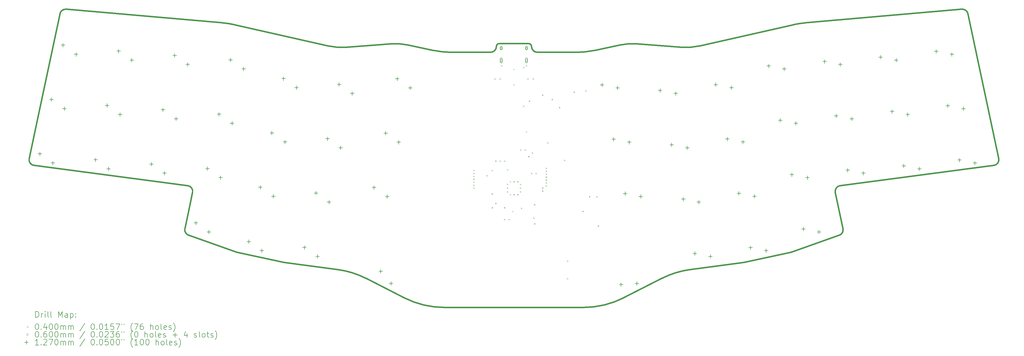
<source format=gbr>
%TF.GenerationSoftware,KiCad,Pcbnew,7.0.2*%
%TF.CreationDate,2024-09-11T18:36:16+10:00*%
%TF.ProjectId,keyboard,6b657962-6f61-4726-942e-6b696361645f,v1.0.0*%
%TF.SameCoordinates,Original*%
%TF.FileFunction,Drillmap*%
%TF.FilePolarity,Positive*%
%FSLAX45Y45*%
G04 Gerber Fmt 4.5, Leading zero omitted, Abs format (unit mm)*
G04 Created by KiCad (PCBNEW 7.0.2) date 2024-09-11 18:36:16*
%MOMM*%
%LPD*%
G01*
G04 APERTURE LIST*
%ADD10C,0.500000*%
%ADD11C,0.200000*%
%ADD12C,0.040000*%
%ADD13C,0.060000*%
%ADD14C,0.127000*%
G04 APERTURE END LIST*
D10*
X4694992Y-13863317D02*
G75*
G03*
X4864567Y-14103195I195628J-41583D01*
G01*
X11301533Y-9226771D02*
X5959387Y-8759513D01*
X27258636Y-17664691D02*
X29095823Y-17416497D01*
X36746370Y-8919447D02*
X37797222Y-13863317D01*
X5959387Y-8759511D02*
G75*
G03*
X5746331Y-8917170I-17427J-199239D01*
G01*
X18499412Y-10169101D02*
X17632871Y-9984913D01*
X20446108Y-10234658D02*
G75*
G03*
X20646108Y-10034659I-8J200008D01*
G01*
X37627649Y-14103194D02*
G75*
G03*
X37797222Y-13863317I-26069J198304D01*
G01*
X4993054Y-12461056D02*
X5745847Y-8919447D01*
X26984115Y-10061572D02*
G75*
G03*
X27572436Y-10017620I146795J1994552D01*
G01*
X17070253Y-9946602D02*
X15508101Y-10061570D01*
X32350919Y-16492418D02*
G75*
G03*
X32479800Y-16262299I-66739J188528D01*
G01*
X29095823Y-17416497D02*
X30709766Y-17073443D01*
X10274007Y-15031613D02*
X10183859Y-15455726D01*
X10012412Y-16262298D02*
G75*
G03*
X10141299Y-16492414I195628J-41582D01*
G01*
X4864567Y-14103195D02*
X10104434Y-14791735D01*
X10012417Y-16262299D02*
X10183859Y-15455726D01*
X13396393Y-17416497D02*
X11782450Y-17073443D01*
X19123147Y-10234659D02*
X20446108Y-10234659D01*
X14919780Y-10017620D02*
X11702420Y-9289379D01*
X11702420Y-9289378D02*
G75*
G03*
X11301533Y-9226771I-662300J-2926082D01*
G01*
X14919780Y-10017619D02*
G75*
G03*
X15508101Y-10061570I441530J1950659D01*
G01*
X22046108Y-10234659D02*
X23369069Y-10234659D01*
X27258636Y-17664691D02*
G75*
G03*
X26298301Y-17964665I401624J-2972949D01*
G01*
X21246108Y-9934659D02*
X21746108Y-9934659D01*
X32387781Y-14791730D02*
G75*
G03*
X32218209Y-15031613I26049J-198290D01*
G01*
X30709766Y-17073443D02*
X32350918Y-16492414D01*
X37627649Y-14103195D02*
X32387782Y-14791735D01*
X31190684Y-9226771D02*
G75*
G03*
X30789796Y-9289379I261406J-2988599D01*
G01*
X17503242Y-18631799D02*
G75*
G03*
X18865213Y-18958780I1361978J2673039D01*
G01*
X17503242Y-18631800D02*
X16193916Y-17964665D01*
X18499412Y-10169101D02*
G75*
G03*
X19123147Y-10234659I623738J2934441D01*
G01*
X10274008Y-15031613D02*
G75*
G03*
X10104434Y-14791735I-195628J41583D01*
G01*
X23992804Y-10169101D02*
X24859345Y-9984913D01*
X25421963Y-9946602D02*
X26984115Y-10061570D01*
X36746370Y-8919447D02*
X36745886Y-8917170D01*
X5745847Y-8919447D02*
X5746331Y-8917170D01*
X21246108Y-9934659D02*
X20746108Y-9934659D01*
X23627003Y-18958782D02*
G75*
G03*
X24988975Y-18631800I-13J3000042D01*
G01*
X32479800Y-16262299D02*
X32218209Y-15031613D01*
X36745888Y-8917170D02*
G75*
G03*
X36532829Y-8759513I-195628J-41580D01*
G01*
X20746108Y-9934658D02*
G75*
G03*
X20646108Y-10034659I-8J-99992D01*
G01*
X31190684Y-9226771D02*
X36532829Y-8759513D01*
X21846101Y-10034659D02*
G75*
G03*
X22046108Y-10234659I199999J-1D01*
G01*
X23369069Y-10234658D02*
G75*
G03*
X23992804Y-10169101I11J2999938D01*
G01*
X18865213Y-18958780D02*
X23627003Y-18958780D01*
X15233580Y-17664691D02*
X13396393Y-17416497D01*
X4993054Y-12461056D02*
X4694995Y-13863317D01*
X11782450Y-17073443D02*
X10141299Y-16492414D01*
X17632872Y-9984912D02*
G75*
G03*
X17070253Y-9946602I-415822J-1956318D01*
G01*
X27572436Y-10017620D02*
X30789796Y-9289379D01*
X25421963Y-9946602D02*
G75*
G03*
X24859345Y-9984913I-146794J-1994628D01*
G01*
X16193915Y-17964666D02*
G75*
G03*
X15233580Y-17664691I-1361965J-2672994D01*
G01*
X24988975Y-18631800D02*
X26298301Y-17964665D01*
X21846101Y-10034659D02*
G75*
G03*
X21746108Y-9934659I-100001J-1D01*
G01*
D11*
D12*
X19855000Y-14255000D02*
X19895000Y-14295000D01*
X19895000Y-14255000D02*
X19855000Y-14295000D01*
X19855000Y-14355000D02*
X19895000Y-14395000D01*
X19895000Y-14355000D02*
X19855000Y-14395000D01*
X19855000Y-14455000D02*
X19895000Y-14495000D01*
X19895000Y-14455000D02*
X19855000Y-14495000D01*
X19855000Y-14555000D02*
X19895000Y-14595000D01*
X19895000Y-14555000D02*
X19855000Y-14595000D01*
X19855000Y-14655000D02*
X19895000Y-14695000D01*
X19895000Y-14655000D02*
X19855000Y-14695000D01*
X19855000Y-14755000D02*
X19895000Y-14795000D01*
X19895000Y-14755000D02*
X19855000Y-14795000D01*
X19855000Y-14855000D02*
X19895000Y-14895000D01*
X19895000Y-14855000D02*
X19855000Y-14895000D01*
X20305000Y-14430000D02*
X20345000Y-14470000D01*
X20345000Y-14430000D02*
X20305000Y-14470000D01*
X20480000Y-14255000D02*
X20520000Y-14295000D01*
X20520000Y-14255000D02*
X20480000Y-14295000D01*
X20480000Y-15055000D02*
X20520000Y-15095000D01*
X20520000Y-15055000D02*
X20480000Y-15095000D01*
X20480000Y-15530000D02*
X20520000Y-15570000D01*
X20520000Y-15530000D02*
X20480000Y-15570000D01*
X20576608Y-11121250D02*
X20616608Y-11161250D01*
X20616608Y-11121250D02*
X20576608Y-11161250D01*
X20605000Y-13930000D02*
X20645000Y-13970000D01*
X20645000Y-13930000D02*
X20605000Y-13970000D01*
X20605000Y-15380000D02*
X20645000Y-15420000D01*
X20645000Y-15380000D02*
X20605000Y-15420000D01*
X20751608Y-11121250D02*
X20791608Y-11161250D01*
X20791608Y-11121250D02*
X20751608Y-11161250D01*
X20755000Y-13930000D02*
X20795000Y-13970000D01*
X20795000Y-13930000D02*
X20755000Y-13970000D01*
X20801608Y-10671250D02*
X20841608Y-10711250D01*
X20841608Y-10671250D02*
X20801608Y-10711250D01*
X20905000Y-13930000D02*
X20945000Y-13970000D01*
X20945000Y-13930000D02*
X20905000Y-13970000D01*
X20905000Y-15530000D02*
X20945000Y-15570000D01*
X20945000Y-15530000D02*
X20905000Y-15570000D01*
X20905000Y-15930000D02*
X20945000Y-15970000D01*
X20945000Y-15930000D02*
X20905000Y-15970000D01*
X21005000Y-14230000D02*
X21045000Y-14270000D01*
X21045000Y-14230000D02*
X21005000Y-14270000D01*
X21005000Y-14730000D02*
X21045000Y-14770000D01*
X21045000Y-14730000D02*
X21005000Y-14770000D01*
X21005000Y-14855000D02*
X21045000Y-14895000D01*
X21045000Y-14855000D02*
X21005000Y-14895000D01*
X21005000Y-14980000D02*
X21045000Y-15020000D01*
X21045000Y-14980000D02*
X21005000Y-15020000D01*
X21055000Y-15930000D02*
X21095000Y-15970000D01*
X21095000Y-15930000D02*
X21055000Y-15970000D01*
X21105000Y-14640000D02*
X21145000Y-14680000D01*
X21145000Y-14640000D02*
X21105000Y-14680000D01*
X21105000Y-15080000D02*
X21145000Y-15120000D01*
X21145000Y-15080000D02*
X21105000Y-15120000D01*
X21180000Y-15655000D02*
X21220000Y-15695000D01*
X21220000Y-15655000D02*
X21180000Y-15695000D01*
X21222716Y-10796250D02*
X21262716Y-10836250D01*
X21262716Y-10796250D02*
X21222716Y-10836250D01*
X21222716Y-11321250D02*
X21262716Y-11361250D01*
X21262716Y-11321250D02*
X21222716Y-11361250D01*
X21230000Y-14640000D02*
X21270000Y-14680000D01*
X21270000Y-14640000D02*
X21230000Y-14680000D01*
X21230000Y-15080000D02*
X21270000Y-15120000D01*
X21270000Y-15080000D02*
X21230000Y-15120000D01*
X21355000Y-14640000D02*
X21395000Y-14680000D01*
X21395000Y-14640000D02*
X21355000Y-14680000D01*
X21355000Y-15080000D02*
X21395000Y-15120000D01*
X21395000Y-15080000D02*
X21355000Y-15120000D01*
X21450000Y-14730000D02*
X21490000Y-14770000D01*
X21490000Y-14730000D02*
X21450000Y-14770000D01*
X21450000Y-14855000D02*
X21490000Y-14895000D01*
X21490000Y-14855000D02*
X21450000Y-14895000D01*
X21450000Y-14980000D02*
X21490000Y-15020000D01*
X21490000Y-14980000D02*
X21450000Y-15020000D01*
X21455000Y-13555000D02*
X21495000Y-13595000D01*
X21495000Y-13555000D02*
X21455000Y-13595000D01*
X21480000Y-15553125D02*
X21520000Y-15593125D01*
X21520000Y-15553125D02*
X21480000Y-15593125D01*
X21555000Y-10730000D02*
X21595000Y-10770000D01*
X21595000Y-10730000D02*
X21555000Y-10770000D01*
X21555000Y-12055000D02*
X21595000Y-12095000D01*
X21595000Y-12055000D02*
X21555000Y-12095000D01*
X21605000Y-13555000D02*
X21645000Y-13595000D01*
X21645000Y-13555000D02*
X21605000Y-13595000D01*
X21651608Y-10671250D02*
X21691608Y-10711250D01*
X21691608Y-10671250D02*
X21651608Y-10711250D01*
X21655000Y-12930000D02*
X21695000Y-12970000D01*
X21695000Y-12930000D02*
X21655000Y-12970000D01*
X21701608Y-11121250D02*
X21741608Y-11161250D01*
X21741608Y-11121250D02*
X21701608Y-11161250D01*
X21730000Y-13780000D02*
X21770000Y-13820000D01*
X21770000Y-13780000D02*
X21730000Y-13820000D01*
X21755000Y-11880000D02*
X21795000Y-11920000D01*
X21795000Y-11880000D02*
X21755000Y-11920000D01*
X21830000Y-14355000D02*
X21870000Y-14395000D01*
X21870000Y-14355000D02*
X21830000Y-14395000D01*
X21855000Y-13655000D02*
X21895000Y-13695000D01*
X21895000Y-13655000D02*
X21855000Y-13695000D01*
X21876608Y-11121250D02*
X21916608Y-11161250D01*
X21916608Y-11121250D02*
X21876608Y-11161250D01*
X21905000Y-15878125D02*
X21945000Y-15918125D01*
X21945000Y-15878125D02*
X21905000Y-15918125D01*
X21930000Y-15428125D02*
X21970000Y-15468125D01*
X21970000Y-15428125D02*
X21930000Y-15468125D01*
X21930000Y-16078125D02*
X21970000Y-16118125D01*
X21970000Y-16078125D02*
X21930000Y-16118125D01*
X21980000Y-14355000D02*
X22020000Y-14395000D01*
X22020000Y-14355000D02*
X21980000Y-14395000D01*
X22205000Y-11680000D02*
X22245000Y-11720000D01*
X22245000Y-11680000D02*
X22205000Y-11720000D01*
X22205000Y-14855000D02*
X22245000Y-14895000D01*
X22245000Y-14855000D02*
X22205000Y-14895000D01*
X22205000Y-14955000D02*
X22245000Y-14995000D01*
X22245000Y-14955000D02*
X22205000Y-14995000D01*
X22330000Y-14180000D02*
X22370000Y-14220000D01*
X22370000Y-14180000D02*
X22330000Y-14220000D01*
X22330000Y-14280000D02*
X22370000Y-14320000D01*
X22370000Y-14280000D02*
X22330000Y-14320000D01*
X22330000Y-14380000D02*
X22370000Y-14420000D01*
X22370000Y-14380000D02*
X22330000Y-14420000D01*
X22330000Y-14480000D02*
X22370000Y-14520000D01*
X22370000Y-14480000D02*
X22330000Y-14520000D01*
X22330000Y-14580000D02*
X22370000Y-14620000D01*
X22370000Y-14580000D02*
X22330000Y-14620000D01*
X22330000Y-14680000D02*
X22370000Y-14720000D01*
X22370000Y-14680000D02*
X22330000Y-14720000D01*
X22330000Y-14780000D02*
X22370000Y-14820000D01*
X22370000Y-14780000D02*
X22330000Y-14820000D01*
X22380000Y-13305000D02*
X22420000Y-13345000D01*
X22420000Y-13305000D02*
X22380000Y-13345000D01*
X22530000Y-11830000D02*
X22570000Y-11870000D01*
X22570000Y-11830000D02*
X22530000Y-11870000D01*
X22780000Y-12105000D02*
X22820000Y-12145000D01*
X22820000Y-12105000D02*
X22780000Y-12145000D01*
X22955000Y-13905000D02*
X22995000Y-13945000D01*
X22995000Y-13905000D02*
X22955000Y-13945000D01*
X23055000Y-17355000D02*
X23095000Y-17395000D01*
X23095000Y-17355000D02*
X23055000Y-17395000D01*
X23055000Y-17955000D02*
X23095000Y-17995000D01*
X23095000Y-17955000D02*
X23055000Y-17995000D01*
X23280000Y-11580000D02*
X23320000Y-11620000D01*
X23320000Y-11580000D02*
X23280000Y-11620000D01*
X23580000Y-15655000D02*
X23620000Y-15695000D01*
X23620000Y-15655000D02*
X23580000Y-15695000D01*
X23680000Y-11530000D02*
X23720000Y-11570000D01*
X23720000Y-11530000D02*
X23680000Y-11570000D01*
X23805000Y-15155000D02*
X23845000Y-15195000D01*
X23845000Y-15155000D02*
X23805000Y-15195000D01*
X24055000Y-15155000D02*
X24095000Y-15195000D01*
X24095000Y-15155000D02*
X24055000Y-15195000D01*
X24105000Y-16155000D02*
X24145000Y-16195000D01*
X24145000Y-16155000D02*
X24105000Y-16195000D01*
D13*
X20840716Y-10091250D02*
G75*
G03*
X20840716Y-10091250I-30000J0D01*
G01*
D11*
X20780716Y-10061250D02*
X20780716Y-10121250D01*
X20780716Y-10121250D02*
G75*
G03*
X20840716Y-10121250I30000J0D01*
G01*
X20840716Y-10121250D02*
X20840716Y-10061250D01*
X20840716Y-10061250D02*
G75*
G03*
X20780716Y-10061250I-30000J0D01*
G01*
D13*
X20840716Y-10509250D02*
G75*
G03*
X20840716Y-10509250I-30000J0D01*
G01*
D11*
X20780716Y-10454250D02*
X20780716Y-10564250D01*
X20780716Y-10564250D02*
G75*
G03*
X20840716Y-10564250I30000J0D01*
G01*
X20840716Y-10564250D02*
X20840716Y-10454250D01*
X20840716Y-10454250D02*
G75*
G03*
X20780716Y-10454250I-30000J0D01*
G01*
D13*
X21704716Y-10091250D02*
G75*
G03*
X21704716Y-10091250I-30000J0D01*
G01*
D11*
X21644716Y-10061250D02*
X21644716Y-10121250D01*
X21644716Y-10121250D02*
G75*
G03*
X21704716Y-10121250I30000J0D01*
G01*
X21704716Y-10121250D02*
X21704716Y-10061250D01*
X21704716Y-10061250D02*
G75*
G03*
X21644716Y-10061250I-30000J0D01*
G01*
D13*
X21704716Y-10509250D02*
G75*
G03*
X21704716Y-10509250I-30000J0D01*
G01*
D11*
X21644716Y-10454250D02*
X21644716Y-10564250D01*
X21644716Y-10564250D02*
G75*
G03*
X21704716Y-10564250I30000J0D01*
G01*
X21704716Y-10564250D02*
X21704716Y-10454250D01*
X21704716Y-10454250D02*
G75*
G03*
X21644716Y-10454250I-30000J0D01*
G01*
D14*
X5060419Y-13643795D02*
X5060419Y-13770795D01*
X4996919Y-13707295D02*
X5123919Y-13707295D01*
X5455451Y-11785315D02*
X5455451Y-11912315D01*
X5391951Y-11848815D02*
X5518951Y-11848815D01*
X5505831Y-13953162D02*
X5505831Y-14080162D01*
X5442331Y-14016662D02*
X5569331Y-14016662D01*
X5850483Y-9926835D02*
X5850483Y-10053835D01*
X5786983Y-9990335D02*
X5913983Y-9990335D01*
X5900863Y-12094682D02*
X5900863Y-12221682D01*
X5837363Y-12158182D02*
X5964363Y-12158182D01*
X6295895Y-10236202D02*
X6295895Y-10363202D01*
X6232395Y-10299702D02*
X6359395Y-10299702D01*
X6960481Y-13843198D02*
X6960481Y-13970198D01*
X6896981Y-13906698D02*
X7023981Y-13906698D01*
X7355514Y-11984718D02*
X7355514Y-12111718D01*
X7292014Y-12048218D02*
X7419014Y-12048218D01*
X7405894Y-14152565D02*
X7405894Y-14279565D01*
X7342394Y-14216065D02*
X7469394Y-14216065D01*
X7750546Y-10126237D02*
X7750546Y-10253237D01*
X7687046Y-10189737D02*
X7814046Y-10189737D01*
X7800926Y-12294085D02*
X7800926Y-12421085D01*
X7737426Y-12357585D02*
X7864426Y-12357585D01*
X8195958Y-10435604D02*
X8195958Y-10562604D01*
X8132458Y-10499104D02*
X8259458Y-10499104D01*
X8870940Y-13993693D02*
X8870940Y-14120693D01*
X8807440Y-14057193D02*
X8934440Y-14057193D01*
X9265972Y-12135213D02*
X9265972Y-12262213D01*
X9202472Y-12198713D02*
X9329472Y-12198713D01*
X9316352Y-14303060D02*
X9316352Y-14430060D01*
X9252852Y-14366560D02*
X9379852Y-14366560D01*
X9661004Y-10276733D02*
X9661004Y-10403733D01*
X9597504Y-10340233D02*
X9724504Y-10340233D01*
X9711384Y-12444580D02*
X9711384Y-12571580D01*
X9647884Y-12508080D02*
X9774884Y-12508080D01*
X10106417Y-10586100D02*
X10106417Y-10713100D01*
X10042917Y-10649600D02*
X10169917Y-10649600D01*
X10386366Y-16002669D02*
X10386366Y-16129669D01*
X10322866Y-16066169D02*
X10449866Y-16066169D01*
X10781398Y-14144189D02*
X10781398Y-14271189D01*
X10717898Y-14207689D02*
X10844898Y-14207689D01*
X10831778Y-16312036D02*
X10831778Y-16439036D01*
X10768278Y-16375536D02*
X10895278Y-16375536D01*
X11176430Y-12285708D02*
X11176430Y-12412708D01*
X11112930Y-12349208D02*
X11239930Y-12349208D01*
X11226810Y-14453556D02*
X11226810Y-14580556D01*
X11163311Y-14517056D02*
X11290310Y-14517056D01*
X11571463Y-10427228D02*
X11571463Y-10554228D01*
X11507963Y-10490728D02*
X11634963Y-10490728D01*
X11621843Y-12595075D02*
X11621843Y-12722075D01*
X11558343Y-12658575D02*
X11685343Y-12658575D01*
X12016875Y-10736595D02*
X12016875Y-10863595D01*
X11953375Y-10800095D02*
X12080375Y-10800095D01*
X12192868Y-16642238D02*
X12192868Y-16769238D01*
X12129368Y-16705738D02*
X12256368Y-16705738D01*
X12587901Y-14783758D02*
X12587901Y-14910758D01*
X12524401Y-14847258D02*
X12651401Y-14847258D01*
X12638281Y-16951605D02*
X12638281Y-17078605D01*
X12574781Y-17015105D02*
X12701781Y-17015105D01*
X12982933Y-12925277D02*
X12982933Y-13052277D01*
X12919433Y-12988777D02*
X13046433Y-12988777D01*
X13033313Y-15093125D02*
X13033313Y-15220125D01*
X12969813Y-15156625D02*
X13096813Y-15156625D01*
X13377965Y-11066797D02*
X13377965Y-11193797D01*
X13314465Y-11130297D02*
X13441465Y-11130297D01*
X13428345Y-13234644D02*
X13428345Y-13361644D01*
X13364845Y-13298144D02*
X13491845Y-13298144D01*
X13823377Y-11376164D02*
X13823377Y-11503164D01*
X13759877Y-11439664D02*
X13886877Y-11439664D01*
X14092931Y-16841641D02*
X14092931Y-16968641D01*
X14029431Y-16905141D02*
X14156431Y-16905141D01*
X14487963Y-14983161D02*
X14487963Y-15110161D01*
X14424463Y-15046661D02*
X14551463Y-15046661D01*
X14538344Y-17151008D02*
X14538344Y-17278008D01*
X14474844Y-17214508D02*
X14601844Y-17214508D01*
X14882996Y-13124680D02*
X14882996Y-13251680D01*
X14819496Y-13188180D02*
X14946496Y-13188180D01*
X14933376Y-15292528D02*
X14933376Y-15419528D01*
X14869876Y-15356028D02*
X14996876Y-15356028D01*
X15278028Y-11266200D02*
X15278028Y-11393200D01*
X15214528Y-11329700D02*
X15341528Y-11329700D01*
X15328408Y-13434047D02*
X15328408Y-13561047D01*
X15264908Y-13497547D02*
X15391908Y-13497547D01*
X15723440Y-11575567D02*
X15723440Y-11702567D01*
X15659940Y-11639067D02*
X15786940Y-11639067D01*
X16471191Y-14791304D02*
X16471191Y-14918304D01*
X16407691Y-14854804D02*
X16534691Y-14854804D01*
X16698640Y-17658900D02*
X16698640Y-17785900D01*
X16635140Y-17722400D02*
X16762140Y-17722400D01*
X16866223Y-12932824D02*
X16866223Y-13059824D01*
X16802723Y-12996324D02*
X16929723Y-12996324D01*
X16916603Y-15100671D02*
X16916603Y-15227671D01*
X16853103Y-15164171D02*
X16980103Y-15164171D01*
X17048806Y-18073007D02*
X17048806Y-18200007D01*
X16985306Y-18136507D02*
X17112306Y-18136507D01*
X17261255Y-11074343D02*
X17261255Y-11201343D01*
X17197755Y-11137843D02*
X17324755Y-11137843D01*
X17311636Y-13242191D02*
X17311636Y-13369191D01*
X17248136Y-13305691D02*
X17375136Y-13305691D01*
X17706668Y-11383710D02*
X17706668Y-11510710D01*
X17643168Y-11447210D02*
X17770168Y-11447210D01*
X24252813Y-11282255D02*
X24252813Y-11409255D01*
X24189313Y-11345755D02*
X24316313Y-11345755D01*
X24647845Y-13140736D02*
X24647845Y-13267736D01*
X24584345Y-13204236D02*
X24711345Y-13204236D01*
X24785549Y-11383710D02*
X24785549Y-11510710D01*
X24722049Y-11447210D02*
X24849049Y-11447210D01*
X24902569Y-18112890D02*
X24902569Y-18239890D01*
X24839069Y-18176390D02*
X24966069Y-18176390D01*
X25042878Y-14999216D02*
X25042878Y-15126216D01*
X24979378Y-15062716D02*
X25106378Y-15062716D01*
X25180581Y-13242191D02*
X25180581Y-13369191D01*
X25117081Y-13305691D02*
X25244081Y-13305691D01*
X25443410Y-18073007D02*
X25443410Y-18200007D01*
X25379910Y-18136507D02*
X25506910Y-18136507D01*
X25575613Y-15100671D02*
X25575613Y-15227671D01*
X25512113Y-15164171D02*
X25639113Y-15164171D01*
X26236041Y-11474111D02*
X26236041Y-11601111D01*
X26172541Y-11537611D02*
X26299541Y-11537611D01*
X26631073Y-13332592D02*
X26631073Y-13459592D01*
X26567573Y-13396092D02*
X26694573Y-13396092D01*
X26768776Y-11575567D02*
X26768776Y-11702567D01*
X26705276Y-11639067D02*
X26832276Y-11639067D01*
X27026105Y-15191072D02*
X27026105Y-15318072D01*
X26962605Y-15254572D02*
X27089605Y-15254572D01*
X27163808Y-13434047D02*
X27163808Y-13561047D01*
X27100308Y-13497547D02*
X27227308Y-13497547D01*
X27421137Y-17049553D02*
X27421137Y-17176553D01*
X27357637Y-17113053D02*
X27484637Y-17113053D01*
X27558840Y-15292528D02*
X27558840Y-15419528D01*
X27495340Y-15356028D02*
X27622340Y-15356028D01*
X27953873Y-17151008D02*
X27953873Y-17278008D01*
X27890373Y-17214508D02*
X28017373Y-17214508D01*
X28136103Y-11274709D02*
X28136103Y-11401709D01*
X28072603Y-11338209D02*
X28199603Y-11338209D01*
X28531136Y-13133189D02*
X28531136Y-13260189D01*
X28467636Y-13196689D02*
X28594636Y-13196689D01*
X28668839Y-11376164D02*
X28668839Y-11503164D01*
X28605339Y-11439664D02*
X28732339Y-11439664D01*
X28926168Y-14991670D02*
X28926168Y-15118670D01*
X28862668Y-15055170D02*
X28989668Y-15055170D01*
X29063871Y-13234644D02*
X29063871Y-13361644D01*
X29000371Y-13298144D02*
X29127371Y-13298144D01*
X29321200Y-16850150D02*
X29321200Y-16977150D01*
X29257700Y-16913650D02*
X29384700Y-16913650D01*
X29458903Y-15093125D02*
X29458903Y-15220125D01*
X29395403Y-15156625D02*
X29522403Y-15156625D01*
X29853935Y-16951605D02*
X29853935Y-17078605D01*
X29790435Y-17015105D02*
X29917435Y-17015105D01*
X29942606Y-10635140D02*
X29942606Y-10762140D01*
X29879106Y-10698640D02*
X30006106Y-10698640D01*
X30337638Y-12493620D02*
X30337638Y-12620620D01*
X30274138Y-12557120D02*
X30401138Y-12557120D01*
X30475341Y-10736595D02*
X30475341Y-10863595D01*
X30411841Y-10800095D02*
X30538841Y-10800095D01*
X30732670Y-14352101D02*
X30732670Y-14479101D01*
X30669170Y-14415601D02*
X30796170Y-14415601D01*
X30870373Y-12595075D02*
X30870373Y-12722075D01*
X30806873Y-12658575D02*
X30933873Y-12658575D01*
X31127703Y-16210581D02*
X31127703Y-16337581D01*
X31064203Y-16274081D02*
X31191203Y-16274081D01*
X31265406Y-14453556D02*
X31265406Y-14580556D01*
X31201906Y-14517056D02*
X31328906Y-14517056D01*
X31660438Y-16312036D02*
X31660438Y-16439036D01*
X31596938Y-16375536D02*
X31723938Y-16375536D01*
X31853064Y-10484644D02*
X31853064Y-10611644D01*
X31789564Y-10548144D02*
X31916564Y-10548144D01*
X32248097Y-12343125D02*
X32248097Y-12470125D01*
X32184597Y-12406625D02*
X32311597Y-12406625D01*
X32385800Y-10586100D02*
X32385800Y-10713100D01*
X32322300Y-10649600D02*
X32449300Y-10649600D01*
X32643129Y-14201605D02*
X32643129Y-14328605D01*
X32579629Y-14265105D02*
X32706629Y-14265105D01*
X32780832Y-12444580D02*
X32780832Y-12571580D01*
X32717332Y-12508080D02*
X32844332Y-12508080D01*
X33175864Y-14303060D02*
X33175864Y-14430060D01*
X33112364Y-14366560D02*
X33239364Y-14366560D01*
X33763523Y-10334149D02*
X33763523Y-10461149D01*
X33700023Y-10397649D02*
X33827023Y-10397649D01*
X34158555Y-12192629D02*
X34158555Y-12319629D01*
X34095055Y-12256129D02*
X34222055Y-12256129D01*
X34296258Y-10435604D02*
X34296258Y-10562604D01*
X34232758Y-10499104D02*
X34359758Y-10499104D01*
X34553587Y-14051110D02*
X34553587Y-14178110D01*
X34490087Y-14114610D02*
X34617087Y-14114610D01*
X34691290Y-12294085D02*
X34691290Y-12421085D01*
X34627790Y-12357585D02*
X34754790Y-12357585D01*
X35086323Y-14152565D02*
X35086323Y-14279565D01*
X35022823Y-14216065D02*
X35149823Y-14216065D01*
X35663586Y-10134746D02*
X35663586Y-10261746D01*
X35600086Y-10198246D02*
X35727086Y-10198246D01*
X36058618Y-11993227D02*
X36058618Y-12120227D01*
X35995118Y-12056727D02*
X36122118Y-12056727D01*
X36196321Y-10236202D02*
X36196321Y-10363202D01*
X36132821Y-10299702D02*
X36259821Y-10299702D01*
X36453650Y-13851707D02*
X36453650Y-13978707D01*
X36390150Y-13915207D02*
X36517150Y-13915207D01*
X36591353Y-12094682D02*
X36591353Y-12221682D01*
X36527853Y-12158182D02*
X36654853Y-12158182D01*
X36986385Y-13953162D02*
X36986385Y-14080162D01*
X36922885Y-14016662D02*
X37049885Y-14016662D01*
D11*
X4913240Y-19296304D02*
X4913240Y-19096304D01*
X4913240Y-19096304D02*
X4960859Y-19096304D01*
X4960859Y-19096304D02*
X4989430Y-19105828D01*
X4989430Y-19105828D02*
X5008478Y-19124876D01*
X5008478Y-19124876D02*
X5018002Y-19143923D01*
X5018002Y-19143923D02*
X5027526Y-19182018D01*
X5027526Y-19182018D02*
X5027526Y-19210590D01*
X5027526Y-19210590D02*
X5018002Y-19248685D01*
X5018002Y-19248685D02*
X5008478Y-19267733D01*
X5008478Y-19267733D02*
X4989430Y-19286780D01*
X4989430Y-19286780D02*
X4960859Y-19296304D01*
X4960859Y-19296304D02*
X4913240Y-19296304D01*
X5113240Y-19296304D02*
X5113240Y-19162971D01*
X5113240Y-19201066D02*
X5122764Y-19182018D01*
X5122764Y-19182018D02*
X5132288Y-19172495D01*
X5132288Y-19172495D02*
X5151335Y-19162971D01*
X5151335Y-19162971D02*
X5170383Y-19162971D01*
X5237049Y-19296304D02*
X5237049Y-19162971D01*
X5237049Y-19096304D02*
X5227526Y-19105828D01*
X5227526Y-19105828D02*
X5237049Y-19115352D01*
X5237049Y-19115352D02*
X5246573Y-19105828D01*
X5246573Y-19105828D02*
X5237049Y-19096304D01*
X5237049Y-19096304D02*
X5237049Y-19115352D01*
X5360859Y-19296304D02*
X5341811Y-19286780D01*
X5341811Y-19286780D02*
X5332288Y-19267733D01*
X5332288Y-19267733D02*
X5332288Y-19096304D01*
X5465621Y-19296304D02*
X5446573Y-19286780D01*
X5446573Y-19286780D02*
X5437049Y-19267733D01*
X5437049Y-19267733D02*
X5437049Y-19096304D01*
X5694192Y-19296304D02*
X5694192Y-19096304D01*
X5694192Y-19096304D02*
X5760859Y-19239161D01*
X5760859Y-19239161D02*
X5827526Y-19096304D01*
X5827526Y-19096304D02*
X5827526Y-19296304D01*
X6008478Y-19296304D02*
X6008478Y-19191542D01*
X6008478Y-19191542D02*
X5998954Y-19172495D01*
X5998954Y-19172495D02*
X5979907Y-19162971D01*
X5979907Y-19162971D02*
X5941811Y-19162971D01*
X5941811Y-19162971D02*
X5922764Y-19172495D01*
X6008478Y-19286780D02*
X5989430Y-19296304D01*
X5989430Y-19296304D02*
X5941811Y-19296304D01*
X5941811Y-19296304D02*
X5922764Y-19286780D01*
X5922764Y-19286780D02*
X5913240Y-19267733D01*
X5913240Y-19267733D02*
X5913240Y-19248685D01*
X5913240Y-19248685D02*
X5922764Y-19229637D01*
X5922764Y-19229637D02*
X5941811Y-19220114D01*
X5941811Y-19220114D02*
X5989430Y-19220114D01*
X5989430Y-19220114D02*
X6008478Y-19210590D01*
X6103716Y-19162971D02*
X6103716Y-19362971D01*
X6103716Y-19172495D02*
X6122764Y-19162971D01*
X6122764Y-19162971D02*
X6160859Y-19162971D01*
X6160859Y-19162971D02*
X6179907Y-19172495D01*
X6179907Y-19172495D02*
X6189430Y-19182018D01*
X6189430Y-19182018D02*
X6198954Y-19201066D01*
X6198954Y-19201066D02*
X6198954Y-19258209D01*
X6198954Y-19258209D02*
X6189430Y-19277256D01*
X6189430Y-19277256D02*
X6179907Y-19286780D01*
X6179907Y-19286780D02*
X6160859Y-19296304D01*
X6160859Y-19296304D02*
X6122764Y-19296304D01*
X6122764Y-19296304D02*
X6103716Y-19286780D01*
X6284668Y-19277256D02*
X6294192Y-19286780D01*
X6294192Y-19286780D02*
X6284668Y-19296304D01*
X6284668Y-19296304D02*
X6275145Y-19286780D01*
X6275145Y-19286780D02*
X6284668Y-19277256D01*
X6284668Y-19277256D02*
X6284668Y-19296304D01*
X6284668Y-19172495D02*
X6294192Y-19182018D01*
X6294192Y-19182018D02*
X6284668Y-19191542D01*
X6284668Y-19191542D02*
X6275145Y-19182018D01*
X6275145Y-19182018D02*
X6284668Y-19172495D01*
X6284668Y-19172495D02*
X6284668Y-19191542D01*
D12*
X4625621Y-19603780D02*
X4665621Y-19643780D01*
X4665621Y-19603780D02*
X4625621Y-19643780D01*
D11*
X4951335Y-19516304D02*
X4970383Y-19516304D01*
X4970383Y-19516304D02*
X4989430Y-19525828D01*
X4989430Y-19525828D02*
X4998954Y-19535352D01*
X4998954Y-19535352D02*
X5008478Y-19554399D01*
X5008478Y-19554399D02*
X5018002Y-19592495D01*
X5018002Y-19592495D02*
X5018002Y-19640114D01*
X5018002Y-19640114D02*
X5008478Y-19678209D01*
X5008478Y-19678209D02*
X4998954Y-19697256D01*
X4998954Y-19697256D02*
X4989430Y-19706780D01*
X4989430Y-19706780D02*
X4970383Y-19716304D01*
X4970383Y-19716304D02*
X4951335Y-19716304D01*
X4951335Y-19716304D02*
X4932288Y-19706780D01*
X4932288Y-19706780D02*
X4922764Y-19697256D01*
X4922764Y-19697256D02*
X4913240Y-19678209D01*
X4913240Y-19678209D02*
X4903716Y-19640114D01*
X4903716Y-19640114D02*
X4903716Y-19592495D01*
X4903716Y-19592495D02*
X4913240Y-19554399D01*
X4913240Y-19554399D02*
X4922764Y-19535352D01*
X4922764Y-19535352D02*
X4932288Y-19525828D01*
X4932288Y-19525828D02*
X4951335Y-19516304D01*
X5103716Y-19697256D02*
X5113240Y-19706780D01*
X5113240Y-19706780D02*
X5103716Y-19716304D01*
X5103716Y-19716304D02*
X5094192Y-19706780D01*
X5094192Y-19706780D02*
X5103716Y-19697256D01*
X5103716Y-19697256D02*
X5103716Y-19716304D01*
X5284669Y-19582971D02*
X5284669Y-19716304D01*
X5237049Y-19506780D02*
X5189430Y-19649637D01*
X5189430Y-19649637D02*
X5313240Y-19649637D01*
X5427526Y-19516304D02*
X5446573Y-19516304D01*
X5446573Y-19516304D02*
X5465621Y-19525828D01*
X5465621Y-19525828D02*
X5475145Y-19535352D01*
X5475145Y-19535352D02*
X5484669Y-19554399D01*
X5484669Y-19554399D02*
X5494192Y-19592495D01*
X5494192Y-19592495D02*
X5494192Y-19640114D01*
X5494192Y-19640114D02*
X5484669Y-19678209D01*
X5484669Y-19678209D02*
X5475145Y-19697256D01*
X5475145Y-19697256D02*
X5465621Y-19706780D01*
X5465621Y-19706780D02*
X5446573Y-19716304D01*
X5446573Y-19716304D02*
X5427526Y-19716304D01*
X5427526Y-19716304D02*
X5408478Y-19706780D01*
X5408478Y-19706780D02*
X5398954Y-19697256D01*
X5398954Y-19697256D02*
X5389430Y-19678209D01*
X5389430Y-19678209D02*
X5379907Y-19640114D01*
X5379907Y-19640114D02*
X5379907Y-19592495D01*
X5379907Y-19592495D02*
X5389430Y-19554399D01*
X5389430Y-19554399D02*
X5398954Y-19535352D01*
X5398954Y-19535352D02*
X5408478Y-19525828D01*
X5408478Y-19525828D02*
X5427526Y-19516304D01*
X5618002Y-19516304D02*
X5637049Y-19516304D01*
X5637049Y-19516304D02*
X5656097Y-19525828D01*
X5656097Y-19525828D02*
X5665621Y-19535352D01*
X5665621Y-19535352D02*
X5675145Y-19554399D01*
X5675145Y-19554399D02*
X5684668Y-19592495D01*
X5684668Y-19592495D02*
X5684668Y-19640114D01*
X5684668Y-19640114D02*
X5675145Y-19678209D01*
X5675145Y-19678209D02*
X5665621Y-19697256D01*
X5665621Y-19697256D02*
X5656097Y-19706780D01*
X5656097Y-19706780D02*
X5637049Y-19716304D01*
X5637049Y-19716304D02*
X5618002Y-19716304D01*
X5618002Y-19716304D02*
X5598954Y-19706780D01*
X5598954Y-19706780D02*
X5589430Y-19697256D01*
X5589430Y-19697256D02*
X5579907Y-19678209D01*
X5579907Y-19678209D02*
X5570383Y-19640114D01*
X5570383Y-19640114D02*
X5570383Y-19592495D01*
X5570383Y-19592495D02*
X5579907Y-19554399D01*
X5579907Y-19554399D02*
X5589430Y-19535352D01*
X5589430Y-19535352D02*
X5598954Y-19525828D01*
X5598954Y-19525828D02*
X5618002Y-19516304D01*
X5770383Y-19716304D02*
X5770383Y-19582971D01*
X5770383Y-19602018D02*
X5779907Y-19592495D01*
X5779907Y-19592495D02*
X5798954Y-19582971D01*
X5798954Y-19582971D02*
X5827526Y-19582971D01*
X5827526Y-19582971D02*
X5846573Y-19592495D01*
X5846573Y-19592495D02*
X5856097Y-19611542D01*
X5856097Y-19611542D02*
X5856097Y-19716304D01*
X5856097Y-19611542D02*
X5865621Y-19592495D01*
X5865621Y-19592495D02*
X5884668Y-19582971D01*
X5884668Y-19582971D02*
X5913240Y-19582971D01*
X5913240Y-19582971D02*
X5932288Y-19592495D01*
X5932288Y-19592495D02*
X5941811Y-19611542D01*
X5941811Y-19611542D02*
X5941811Y-19716304D01*
X6037049Y-19716304D02*
X6037049Y-19582971D01*
X6037049Y-19602018D02*
X6046573Y-19592495D01*
X6046573Y-19592495D02*
X6065621Y-19582971D01*
X6065621Y-19582971D02*
X6094192Y-19582971D01*
X6094192Y-19582971D02*
X6113240Y-19592495D01*
X6113240Y-19592495D02*
X6122764Y-19611542D01*
X6122764Y-19611542D02*
X6122764Y-19716304D01*
X6122764Y-19611542D02*
X6132288Y-19592495D01*
X6132288Y-19592495D02*
X6151335Y-19582971D01*
X6151335Y-19582971D02*
X6179907Y-19582971D01*
X6179907Y-19582971D02*
X6198954Y-19592495D01*
X6198954Y-19592495D02*
X6208478Y-19611542D01*
X6208478Y-19611542D02*
X6208478Y-19716304D01*
X6598954Y-19506780D02*
X6427526Y-19763923D01*
X6856097Y-19516304D02*
X6875145Y-19516304D01*
X6875145Y-19516304D02*
X6894192Y-19525828D01*
X6894192Y-19525828D02*
X6903716Y-19535352D01*
X6903716Y-19535352D02*
X6913240Y-19554399D01*
X6913240Y-19554399D02*
X6922764Y-19592495D01*
X6922764Y-19592495D02*
X6922764Y-19640114D01*
X6922764Y-19640114D02*
X6913240Y-19678209D01*
X6913240Y-19678209D02*
X6903716Y-19697256D01*
X6903716Y-19697256D02*
X6894192Y-19706780D01*
X6894192Y-19706780D02*
X6875145Y-19716304D01*
X6875145Y-19716304D02*
X6856097Y-19716304D01*
X6856097Y-19716304D02*
X6837050Y-19706780D01*
X6837050Y-19706780D02*
X6827526Y-19697256D01*
X6827526Y-19697256D02*
X6818002Y-19678209D01*
X6818002Y-19678209D02*
X6808478Y-19640114D01*
X6808478Y-19640114D02*
X6808478Y-19592495D01*
X6808478Y-19592495D02*
X6818002Y-19554399D01*
X6818002Y-19554399D02*
X6827526Y-19535352D01*
X6827526Y-19535352D02*
X6837050Y-19525828D01*
X6837050Y-19525828D02*
X6856097Y-19516304D01*
X7008478Y-19697256D02*
X7018002Y-19706780D01*
X7018002Y-19706780D02*
X7008478Y-19716304D01*
X7008478Y-19716304D02*
X6998954Y-19706780D01*
X6998954Y-19706780D02*
X7008478Y-19697256D01*
X7008478Y-19697256D02*
X7008478Y-19716304D01*
X7141811Y-19516304D02*
X7160859Y-19516304D01*
X7160859Y-19516304D02*
X7179907Y-19525828D01*
X7179907Y-19525828D02*
X7189431Y-19535352D01*
X7189431Y-19535352D02*
X7198954Y-19554399D01*
X7198954Y-19554399D02*
X7208478Y-19592495D01*
X7208478Y-19592495D02*
X7208478Y-19640114D01*
X7208478Y-19640114D02*
X7198954Y-19678209D01*
X7198954Y-19678209D02*
X7189431Y-19697256D01*
X7189431Y-19697256D02*
X7179907Y-19706780D01*
X7179907Y-19706780D02*
X7160859Y-19716304D01*
X7160859Y-19716304D02*
X7141811Y-19716304D01*
X7141811Y-19716304D02*
X7122764Y-19706780D01*
X7122764Y-19706780D02*
X7113240Y-19697256D01*
X7113240Y-19697256D02*
X7103716Y-19678209D01*
X7103716Y-19678209D02*
X7094192Y-19640114D01*
X7094192Y-19640114D02*
X7094192Y-19592495D01*
X7094192Y-19592495D02*
X7103716Y-19554399D01*
X7103716Y-19554399D02*
X7113240Y-19535352D01*
X7113240Y-19535352D02*
X7122764Y-19525828D01*
X7122764Y-19525828D02*
X7141811Y-19516304D01*
X7398954Y-19716304D02*
X7284669Y-19716304D01*
X7341811Y-19716304D02*
X7341811Y-19516304D01*
X7341811Y-19516304D02*
X7322764Y-19544876D01*
X7322764Y-19544876D02*
X7303716Y-19563923D01*
X7303716Y-19563923D02*
X7284669Y-19573447D01*
X7579907Y-19516304D02*
X7484669Y-19516304D01*
X7484669Y-19516304D02*
X7475145Y-19611542D01*
X7475145Y-19611542D02*
X7484669Y-19602018D01*
X7484669Y-19602018D02*
X7503716Y-19592495D01*
X7503716Y-19592495D02*
X7551335Y-19592495D01*
X7551335Y-19592495D02*
X7570383Y-19602018D01*
X7570383Y-19602018D02*
X7579907Y-19611542D01*
X7579907Y-19611542D02*
X7589431Y-19630590D01*
X7589431Y-19630590D02*
X7589431Y-19678209D01*
X7589431Y-19678209D02*
X7579907Y-19697256D01*
X7579907Y-19697256D02*
X7570383Y-19706780D01*
X7570383Y-19706780D02*
X7551335Y-19716304D01*
X7551335Y-19716304D02*
X7503716Y-19716304D01*
X7503716Y-19716304D02*
X7484669Y-19706780D01*
X7484669Y-19706780D02*
X7475145Y-19697256D01*
X7656097Y-19516304D02*
X7789431Y-19516304D01*
X7789431Y-19516304D02*
X7703716Y-19716304D01*
X7856097Y-19516304D02*
X7856097Y-19554399D01*
X7932288Y-19516304D02*
X7932288Y-19554399D01*
X8227526Y-19792495D02*
X8218002Y-19782971D01*
X8218002Y-19782971D02*
X8198954Y-19754399D01*
X8198954Y-19754399D02*
X8189431Y-19735352D01*
X8189431Y-19735352D02*
X8179907Y-19706780D01*
X8179907Y-19706780D02*
X8170383Y-19659161D01*
X8170383Y-19659161D02*
X8170383Y-19621066D01*
X8170383Y-19621066D02*
X8179907Y-19573447D01*
X8179907Y-19573447D02*
X8189431Y-19544876D01*
X8189431Y-19544876D02*
X8198954Y-19525828D01*
X8198954Y-19525828D02*
X8218002Y-19497256D01*
X8218002Y-19497256D02*
X8227526Y-19487733D01*
X8284669Y-19516304D02*
X8418002Y-19516304D01*
X8418002Y-19516304D02*
X8332288Y-19716304D01*
X8579907Y-19516304D02*
X8541812Y-19516304D01*
X8541812Y-19516304D02*
X8522764Y-19525828D01*
X8522764Y-19525828D02*
X8513240Y-19535352D01*
X8513240Y-19535352D02*
X8494193Y-19563923D01*
X8494193Y-19563923D02*
X8484669Y-19602018D01*
X8484669Y-19602018D02*
X8484669Y-19678209D01*
X8484669Y-19678209D02*
X8494193Y-19697256D01*
X8494193Y-19697256D02*
X8503716Y-19706780D01*
X8503716Y-19706780D02*
X8522764Y-19716304D01*
X8522764Y-19716304D02*
X8560859Y-19716304D01*
X8560859Y-19716304D02*
X8579907Y-19706780D01*
X8579907Y-19706780D02*
X8589431Y-19697256D01*
X8589431Y-19697256D02*
X8598955Y-19678209D01*
X8598955Y-19678209D02*
X8598955Y-19630590D01*
X8598955Y-19630590D02*
X8589431Y-19611542D01*
X8589431Y-19611542D02*
X8579907Y-19602018D01*
X8579907Y-19602018D02*
X8560859Y-19592495D01*
X8560859Y-19592495D02*
X8522764Y-19592495D01*
X8522764Y-19592495D02*
X8503716Y-19602018D01*
X8503716Y-19602018D02*
X8494193Y-19611542D01*
X8494193Y-19611542D02*
X8484669Y-19630590D01*
X8837050Y-19716304D02*
X8837050Y-19516304D01*
X8922764Y-19716304D02*
X8922764Y-19611542D01*
X8922764Y-19611542D02*
X8913240Y-19592495D01*
X8913240Y-19592495D02*
X8894193Y-19582971D01*
X8894193Y-19582971D02*
X8865621Y-19582971D01*
X8865621Y-19582971D02*
X8846574Y-19592495D01*
X8846574Y-19592495D02*
X8837050Y-19602018D01*
X9046574Y-19716304D02*
X9027526Y-19706780D01*
X9027526Y-19706780D02*
X9018002Y-19697256D01*
X9018002Y-19697256D02*
X9008478Y-19678209D01*
X9008478Y-19678209D02*
X9008478Y-19621066D01*
X9008478Y-19621066D02*
X9018002Y-19602018D01*
X9018002Y-19602018D02*
X9027526Y-19592495D01*
X9027526Y-19592495D02*
X9046574Y-19582971D01*
X9046574Y-19582971D02*
X9075145Y-19582971D01*
X9075145Y-19582971D02*
X9094193Y-19592495D01*
X9094193Y-19592495D02*
X9103717Y-19602018D01*
X9103717Y-19602018D02*
X9113240Y-19621066D01*
X9113240Y-19621066D02*
X9113240Y-19678209D01*
X9113240Y-19678209D02*
X9103717Y-19697256D01*
X9103717Y-19697256D02*
X9094193Y-19706780D01*
X9094193Y-19706780D02*
X9075145Y-19716304D01*
X9075145Y-19716304D02*
X9046574Y-19716304D01*
X9227526Y-19716304D02*
X9208478Y-19706780D01*
X9208478Y-19706780D02*
X9198955Y-19687733D01*
X9198955Y-19687733D02*
X9198955Y-19516304D01*
X9379907Y-19706780D02*
X9360859Y-19716304D01*
X9360859Y-19716304D02*
X9322764Y-19716304D01*
X9322764Y-19716304D02*
X9303717Y-19706780D01*
X9303717Y-19706780D02*
X9294193Y-19687733D01*
X9294193Y-19687733D02*
X9294193Y-19611542D01*
X9294193Y-19611542D02*
X9303717Y-19592495D01*
X9303717Y-19592495D02*
X9322764Y-19582971D01*
X9322764Y-19582971D02*
X9360859Y-19582971D01*
X9360859Y-19582971D02*
X9379907Y-19592495D01*
X9379907Y-19592495D02*
X9389431Y-19611542D01*
X9389431Y-19611542D02*
X9389431Y-19630590D01*
X9389431Y-19630590D02*
X9294193Y-19649637D01*
X9465621Y-19706780D02*
X9484669Y-19716304D01*
X9484669Y-19716304D02*
X9522764Y-19716304D01*
X9522764Y-19716304D02*
X9541812Y-19706780D01*
X9541812Y-19706780D02*
X9551336Y-19687733D01*
X9551336Y-19687733D02*
X9551336Y-19678209D01*
X9551336Y-19678209D02*
X9541812Y-19659161D01*
X9541812Y-19659161D02*
X9522764Y-19649637D01*
X9522764Y-19649637D02*
X9494193Y-19649637D01*
X9494193Y-19649637D02*
X9475145Y-19640114D01*
X9475145Y-19640114D02*
X9465621Y-19621066D01*
X9465621Y-19621066D02*
X9465621Y-19611542D01*
X9465621Y-19611542D02*
X9475145Y-19592495D01*
X9475145Y-19592495D02*
X9494193Y-19582971D01*
X9494193Y-19582971D02*
X9522764Y-19582971D01*
X9522764Y-19582971D02*
X9541812Y-19592495D01*
X9618002Y-19792495D02*
X9627526Y-19782971D01*
X9627526Y-19782971D02*
X9646574Y-19754399D01*
X9646574Y-19754399D02*
X9656098Y-19735352D01*
X9656098Y-19735352D02*
X9665621Y-19706780D01*
X9665621Y-19706780D02*
X9675145Y-19659161D01*
X9675145Y-19659161D02*
X9675145Y-19621066D01*
X9675145Y-19621066D02*
X9665621Y-19573447D01*
X9665621Y-19573447D02*
X9656098Y-19544876D01*
X9656098Y-19544876D02*
X9646574Y-19525828D01*
X9646574Y-19525828D02*
X9627526Y-19497256D01*
X9627526Y-19497256D02*
X9618002Y-19487733D01*
D13*
X4665621Y-19887780D02*
G75*
G03*
X4665621Y-19887780I-30000J0D01*
G01*
D11*
X4951335Y-19780304D02*
X4970383Y-19780304D01*
X4970383Y-19780304D02*
X4989430Y-19789828D01*
X4989430Y-19789828D02*
X4998954Y-19799352D01*
X4998954Y-19799352D02*
X5008478Y-19818399D01*
X5008478Y-19818399D02*
X5018002Y-19856495D01*
X5018002Y-19856495D02*
X5018002Y-19904114D01*
X5018002Y-19904114D02*
X5008478Y-19942209D01*
X5008478Y-19942209D02*
X4998954Y-19961256D01*
X4998954Y-19961256D02*
X4989430Y-19970780D01*
X4989430Y-19970780D02*
X4970383Y-19980304D01*
X4970383Y-19980304D02*
X4951335Y-19980304D01*
X4951335Y-19980304D02*
X4932288Y-19970780D01*
X4932288Y-19970780D02*
X4922764Y-19961256D01*
X4922764Y-19961256D02*
X4913240Y-19942209D01*
X4913240Y-19942209D02*
X4903716Y-19904114D01*
X4903716Y-19904114D02*
X4903716Y-19856495D01*
X4903716Y-19856495D02*
X4913240Y-19818399D01*
X4913240Y-19818399D02*
X4922764Y-19799352D01*
X4922764Y-19799352D02*
X4932288Y-19789828D01*
X4932288Y-19789828D02*
X4951335Y-19780304D01*
X5103716Y-19961256D02*
X5113240Y-19970780D01*
X5113240Y-19970780D02*
X5103716Y-19980304D01*
X5103716Y-19980304D02*
X5094192Y-19970780D01*
X5094192Y-19970780D02*
X5103716Y-19961256D01*
X5103716Y-19961256D02*
X5103716Y-19980304D01*
X5284669Y-19780304D02*
X5246573Y-19780304D01*
X5246573Y-19780304D02*
X5227526Y-19789828D01*
X5227526Y-19789828D02*
X5218002Y-19799352D01*
X5218002Y-19799352D02*
X5198954Y-19827923D01*
X5198954Y-19827923D02*
X5189430Y-19866018D01*
X5189430Y-19866018D02*
X5189430Y-19942209D01*
X5189430Y-19942209D02*
X5198954Y-19961256D01*
X5198954Y-19961256D02*
X5208478Y-19970780D01*
X5208478Y-19970780D02*
X5227526Y-19980304D01*
X5227526Y-19980304D02*
X5265621Y-19980304D01*
X5265621Y-19980304D02*
X5284669Y-19970780D01*
X5284669Y-19970780D02*
X5294192Y-19961256D01*
X5294192Y-19961256D02*
X5303716Y-19942209D01*
X5303716Y-19942209D02*
X5303716Y-19894590D01*
X5303716Y-19894590D02*
X5294192Y-19875542D01*
X5294192Y-19875542D02*
X5284669Y-19866018D01*
X5284669Y-19866018D02*
X5265621Y-19856495D01*
X5265621Y-19856495D02*
X5227526Y-19856495D01*
X5227526Y-19856495D02*
X5208478Y-19866018D01*
X5208478Y-19866018D02*
X5198954Y-19875542D01*
X5198954Y-19875542D02*
X5189430Y-19894590D01*
X5427526Y-19780304D02*
X5446573Y-19780304D01*
X5446573Y-19780304D02*
X5465621Y-19789828D01*
X5465621Y-19789828D02*
X5475145Y-19799352D01*
X5475145Y-19799352D02*
X5484669Y-19818399D01*
X5484669Y-19818399D02*
X5494192Y-19856495D01*
X5494192Y-19856495D02*
X5494192Y-19904114D01*
X5494192Y-19904114D02*
X5484669Y-19942209D01*
X5484669Y-19942209D02*
X5475145Y-19961256D01*
X5475145Y-19961256D02*
X5465621Y-19970780D01*
X5465621Y-19970780D02*
X5446573Y-19980304D01*
X5446573Y-19980304D02*
X5427526Y-19980304D01*
X5427526Y-19980304D02*
X5408478Y-19970780D01*
X5408478Y-19970780D02*
X5398954Y-19961256D01*
X5398954Y-19961256D02*
X5389430Y-19942209D01*
X5389430Y-19942209D02*
X5379907Y-19904114D01*
X5379907Y-19904114D02*
X5379907Y-19856495D01*
X5379907Y-19856495D02*
X5389430Y-19818399D01*
X5389430Y-19818399D02*
X5398954Y-19799352D01*
X5398954Y-19799352D02*
X5408478Y-19789828D01*
X5408478Y-19789828D02*
X5427526Y-19780304D01*
X5618002Y-19780304D02*
X5637049Y-19780304D01*
X5637049Y-19780304D02*
X5656097Y-19789828D01*
X5656097Y-19789828D02*
X5665621Y-19799352D01*
X5665621Y-19799352D02*
X5675145Y-19818399D01*
X5675145Y-19818399D02*
X5684668Y-19856495D01*
X5684668Y-19856495D02*
X5684668Y-19904114D01*
X5684668Y-19904114D02*
X5675145Y-19942209D01*
X5675145Y-19942209D02*
X5665621Y-19961256D01*
X5665621Y-19961256D02*
X5656097Y-19970780D01*
X5656097Y-19970780D02*
X5637049Y-19980304D01*
X5637049Y-19980304D02*
X5618002Y-19980304D01*
X5618002Y-19980304D02*
X5598954Y-19970780D01*
X5598954Y-19970780D02*
X5589430Y-19961256D01*
X5589430Y-19961256D02*
X5579907Y-19942209D01*
X5579907Y-19942209D02*
X5570383Y-19904114D01*
X5570383Y-19904114D02*
X5570383Y-19856495D01*
X5570383Y-19856495D02*
X5579907Y-19818399D01*
X5579907Y-19818399D02*
X5589430Y-19799352D01*
X5589430Y-19799352D02*
X5598954Y-19789828D01*
X5598954Y-19789828D02*
X5618002Y-19780304D01*
X5770383Y-19980304D02*
X5770383Y-19846971D01*
X5770383Y-19866018D02*
X5779907Y-19856495D01*
X5779907Y-19856495D02*
X5798954Y-19846971D01*
X5798954Y-19846971D02*
X5827526Y-19846971D01*
X5827526Y-19846971D02*
X5846573Y-19856495D01*
X5846573Y-19856495D02*
X5856097Y-19875542D01*
X5856097Y-19875542D02*
X5856097Y-19980304D01*
X5856097Y-19875542D02*
X5865621Y-19856495D01*
X5865621Y-19856495D02*
X5884668Y-19846971D01*
X5884668Y-19846971D02*
X5913240Y-19846971D01*
X5913240Y-19846971D02*
X5932288Y-19856495D01*
X5932288Y-19856495D02*
X5941811Y-19875542D01*
X5941811Y-19875542D02*
X5941811Y-19980304D01*
X6037049Y-19980304D02*
X6037049Y-19846971D01*
X6037049Y-19866018D02*
X6046573Y-19856495D01*
X6046573Y-19856495D02*
X6065621Y-19846971D01*
X6065621Y-19846971D02*
X6094192Y-19846971D01*
X6094192Y-19846971D02*
X6113240Y-19856495D01*
X6113240Y-19856495D02*
X6122764Y-19875542D01*
X6122764Y-19875542D02*
X6122764Y-19980304D01*
X6122764Y-19875542D02*
X6132288Y-19856495D01*
X6132288Y-19856495D02*
X6151335Y-19846971D01*
X6151335Y-19846971D02*
X6179907Y-19846971D01*
X6179907Y-19846971D02*
X6198954Y-19856495D01*
X6198954Y-19856495D02*
X6208478Y-19875542D01*
X6208478Y-19875542D02*
X6208478Y-19980304D01*
X6598954Y-19770780D02*
X6427526Y-20027923D01*
X6856097Y-19780304D02*
X6875145Y-19780304D01*
X6875145Y-19780304D02*
X6894192Y-19789828D01*
X6894192Y-19789828D02*
X6903716Y-19799352D01*
X6903716Y-19799352D02*
X6913240Y-19818399D01*
X6913240Y-19818399D02*
X6922764Y-19856495D01*
X6922764Y-19856495D02*
X6922764Y-19904114D01*
X6922764Y-19904114D02*
X6913240Y-19942209D01*
X6913240Y-19942209D02*
X6903716Y-19961256D01*
X6903716Y-19961256D02*
X6894192Y-19970780D01*
X6894192Y-19970780D02*
X6875145Y-19980304D01*
X6875145Y-19980304D02*
X6856097Y-19980304D01*
X6856097Y-19980304D02*
X6837050Y-19970780D01*
X6837050Y-19970780D02*
X6827526Y-19961256D01*
X6827526Y-19961256D02*
X6818002Y-19942209D01*
X6818002Y-19942209D02*
X6808478Y-19904114D01*
X6808478Y-19904114D02*
X6808478Y-19856495D01*
X6808478Y-19856495D02*
X6818002Y-19818399D01*
X6818002Y-19818399D02*
X6827526Y-19799352D01*
X6827526Y-19799352D02*
X6837050Y-19789828D01*
X6837050Y-19789828D02*
X6856097Y-19780304D01*
X7008478Y-19961256D02*
X7018002Y-19970780D01*
X7018002Y-19970780D02*
X7008478Y-19980304D01*
X7008478Y-19980304D02*
X6998954Y-19970780D01*
X6998954Y-19970780D02*
X7008478Y-19961256D01*
X7008478Y-19961256D02*
X7008478Y-19980304D01*
X7141811Y-19780304D02*
X7160859Y-19780304D01*
X7160859Y-19780304D02*
X7179907Y-19789828D01*
X7179907Y-19789828D02*
X7189431Y-19799352D01*
X7189431Y-19799352D02*
X7198954Y-19818399D01*
X7198954Y-19818399D02*
X7208478Y-19856495D01*
X7208478Y-19856495D02*
X7208478Y-19904114D01*
X7208478Y-19904114D02*
X7198954Y-19942209D01*
X7198954Y-19942209D02*
X7189431Y-19961256D01*
X7189431Y-19961256D02*
X7179907Y-19970780D01*
X7179907Y-19970780D02*
X7160859Y-19980304D01*
X7160859Y-19980304D02*
X7141811Y-19980304D01*
X7141811Y-19980304D02*
X7122764Y-19970780D01*
X7122764Y-19970780D02*
X7113240Y-19961256D01*
X7113240Y-19961256D02*
X7103716Y-19942209D01*
X7103716Y-19942209D02*
X7094192Y-19904114D01*
X7094192Y-19904114D02*
X7094192Y-19856495D01*
X7094192Y-19856495D02*
X7103716Y-19818399D01*
X7103716Y-19818399D02*
X7113240Y-19799352D01*
X7113240Y-19799352D02*
X7122764Y-19789828D01*
X7122764Y-19789828D02*
X7141811Y-19780304D01*
X7284669Y-19799352D02*
X7294192Y-19789828D01*
X7294192Y-19789828D02*
X7313240Y-19780304D01*
X7313240Y-19780304D02*
X7360859Y-19780304D01*
X7360859Y-19780304D02*
X7379907Y-19789828D01*
X7379907Y-19789828D02*
X7389431Y-19799352D01*
X7389431Y-19799352D02*
X7398954Y-19818399D01*
X7398954Y-19818399D02*
X7398954Y-19837447D01*
X7398954Y-19837447D02*
X7389431Y-19866018D01*
X7389431Y-19866018D02*
X7275145Y-19980304D01*
X7275145Y-19980304D02*
X7398954Y-19980304D01*
X7465621Y-19780304D02*
X7589431Y-19780304D01*
X7589431Y-19780304D02*
X7522764Y-19856495D01*
X7522764Y-19856495D02*
X7551335Y-19856495D01*
X7551335Y-19856495D02*
X7570383Y-19866018D01*
X7570383Y-19866018D02*
X7579907Y-19875542D01*
X7579907Y-19875542D02*
X7589431Y-19894590D01*
X7589431Y-19894590D02*
X7589431Y-19942209D01*
X7589431Y-19942209D02*
X7579907Y-19961256D01*
X7579907Y-19961256D02*
X7570383Y-19970780D01*
X7570383Y-19970780D02*
X7551335Y-19980304D01*
X7551335Y-19980304D02*
X7494192Y-19980304D01*
X7494192Y-19980304D02*
X7475145Y-19970780D01*
X7475145Y-19970780D02*
X7465621Y-19961256D01*
X7760859Y-19780304D02*
X7722764Y-19780304D01*
X7722764Y-19780304D02*
X7703716Y-19789828D01*
X7703716Y-19789828D02*
X7694192Y-19799352D01*
X7694192Y-19799352D02*
X7675145Y-19827923D01*
X7675145Y-19827923D02*
X7665621Y-19866018D01*
X7665621Y-19866018D02*
X7665621Y-19942209D01*
X7665621Y-19942209D02*
X7675145Y-19961256D01*
X7675145Y-19961256D02*
X7684669Y-19970780D01*
X7684669Y-19970780D02*
X7703716Y-19980304D01*
X7703716Y-19980304D02*
X7741812Y-19980304D01*
X7741812Y-19980304D02*
X7760859Y-19970780D01*
X7760859Y-19970780D02*
X7770383Y-19961256D01*
X7770383Y-19961256D02*
X7779907Y-19942209D01*
X7779907Y-19942209D02*
X7779907Y-19894590D01*
X7779907Y-19894590D02*
X7770383Y-19875542D01*
X7770383Y-19875542D02*
X7760859Y-19866018D01*
X7760859Y-19866018D02*
X7741812Y-19856495D01*
X7741812Y-19856495D02*
X7703716Y-19856495D01*
X7703716Y-19856495D02*
X7684669Y-19866018D01*
X7684669Y-19866018D02*
X7675145Y-19875542D01*
X7675145Y-19875542D02*
X7665621Y-19894590D01*
X7856097Y-19780304D02*
X7856097Y-19818399D01*
X7932288Y-19780304D02*
X7932288Y-19818399D01*
X8227526Y-20056495D02*
X8218002Y-20046971D01*
X8218002Y-20046971D02*
X8198954Y-20018399D01*
X8198954Y-20018399D02*
X8189431Y-19999352D01*
X8189431Y-19999352D02*
X8179907Y-19970780D01*
X8179907Y-19970780D02*
X8170383Y-19923161D01*
X8170383Y-19923161D02*
X8170383Y-19885066D01*
X8170383Y-19885066D02*
X8179907Y-19837447D01*
X8179907Y-19837447D02*
X8189431Y-19808876D01*
X8189431Y-19808876D02*
X8198954Y-19789828D01*
X8198954Y-19789828D02*
X8218002Y-19761256D01*
X8218002Y-19761256D02*
X8227526Y-19751733D01*
X8341812Y-19780304D02*
X8360859Y-19780304D01*
X8360859Y-19780304D02*
X8379907Y-19789828D01*
X8379907Y-19789828D02*
X8389431Y-19799352D01*
X8389431Y-19799352D02*
X8398955Y-19818399D01*
X8398955Y-19818399D02*
X8408478Y-19856495D01*
X8408478Y-19856495D02*
X8408478Y-19904114D01*
X8408478Y-19904114D02*
X8398955Y-19942209D01*
X8398955Y-19942209D02*
X8389431Y-19961256D01*
X8389431Y-19961256D02*
X8379907Y-19970780D01*
X8379907Y-19970780D02*
X8360859Y-19980304D01*
X8360859Y-19980304D02*
X8341812Y-19980304D01*
X8341812Y-19980304D02*
X8322764Y-19970780D01*
X8322764Y-19970780D02*
X8313240Y-19961256D01*
X8313240Y-19961256D02*
X8303716Y-19942209D01*
X8303716Y-19942209D02*
X8294193Y-19904114D01*
X8294193Y-19904114D02*
X8294193Y-19856495D01*
X8294193Y-19856495D02*
X8303716Y-19818399D01*
X8303716Y-19818399D02*
X8313240Y-19799352D01*
X8313240Y-19799352D02*
X8322764Y-19789828D01*
X8322764Y-19789828D02*
X8341812Y-19780304D01*
X8646574Y-19980304D02*
X8646574Y-19780304D01*
X8732288Y-19980304D02*
X8732288Y-19875542D01*
X8732288Y-19875542D02*
X8722764Y-19856495D01*
X8722764Y-19856495D02*
X8703717Y-19846971D01*
X8703717Y-19846971D02*
X8675145Y-19846971D01*
X8675145Y-19846971D02*
X8656097Y-19856495D01*
X8656097Y-19856495D02*
X8646574Y-19866018D01*
X8856097Y-19980304D02*
X8837050Y-19970780D01*
X8837050Y-19970780D02*
X8827526Y-19961256D01*
X8827526Y-19961256D02*
X8818002Y-19942209D01*
X8818002Y-19942209D02*
X8818002Y-19885066D01*
X8818002Y-19885066D02*
X8827526Y-19866018D01*
X8827526Y-19866018D02*
X8837050Y-19856495D01*
X8837050Y-19856495D02*
X8856097Y-19846971D01*
X8856097Y-19846971D02*
X8884669Y-19846971D01*
X8884669Y-19846971D02*
X8903717Y-19856495D01*
X8903717Y-19856495D02*
X8913240Y-19866018D01*
X8913240Y-19866018D02*
X8922764Y-19885066D01*
X8922764Y-19885066D02*
X8922764Y-19942209D01*
X8922764Y-19942209D02*
X8913240Y-19961256D01*
X8913240Y-19961256D02*
X8903717Y-19970780D01*
X8903717Y-19970780D02*
X8884669Y-19980304D01*
X8884669Y-19980304D02*
X8856097Y-19980304D01*
X9037050Y-19980304D02*
X9018002Y-19970780D01*
X9018002Y-19970780D02*
X9008478Y-19951733D01*
X9008478Y-19951733D02*
X9008478Y-19780304D01*
X9189431Y-19970780D02*
X9170383Y-19980304D01*
X9170383Y-19980304D02*
X9132288Y-19980304D01*
X9132288Y-19980304D02*
X9113240Y-19970780D01*
X9113240Y-19970780D02*
X9103717Y-19951733D01*
X9103717Y-19951733D02*
X9103717Y-19875542D01*
X9103717Y-19875542D02*
X9113240Y-19856495D01*
X9113240Y-19856495D02*
X9132288Y-19846971D01*
X9132288Y-19846971D02*
X9170383Y-19846971D01*
X9170383Y-19846971D02*
X9189431Y-19856495D01*
X9189431Y-19856495D02*
X9198955Y-19875542D01*
X9198955Y-19875542D02*
X9198955Y-19894590D01*
X9198955Y-19894590D02*
X9103717Y-19913637D01*
X9275145Y-19970780D02*
X9294193Y-19980304D01*
X9294193Y-19980304D02*
X9332288Y-19980304D01*
X9332288Y-19980304D02*
X9351336Y-19970780D01*
X9351336Y-19970780D02*
X9360859Y-19951733D01*
X9360859Y-19951733D02*
X9360859Y-19942209D01*
X9360859Y-19942209D02*
X9351336Y-19923161D01*
X9351336Y-19923161D02*
X9332288Y-19913637D01*
X9332288Y-19913637D02*
X9303717Y-19913637D01*
X9303717Y-19913637D02*
X9284669Y-19904114D01*
X9284669Y-19904114D02*
X9275145Y-19885066D01*
X9275145Y-19885066D02*
X9275145Y-19875542D01*
X9275145Y-19875542D02*
X9284669Y-19856495D01*
X9284669Y-19856495D02*
X9303717Y-19846971D01*
X9303717Y-19846971D02*
X9332288Y-19846971D01*
X9332288Y-19846971D02*
X9351336Y-19856495D01*
X9598955Y-19904114D02*
X9751336Y-19904114D01*
X9675145Y-19980304D02*
X9675145Y-19827923D01*
X10084669Y-19846971D02*
X10084669Y-19980304D01*
X10037050Y-19770780D02*
X9989431Y-19913637D01*
X9989431Y-19913637D02*
X10113240Y-19913637D01*
X10332288Y-19970780D02*
X10351336Y-19980304D01*
X10351336Y-19980304D02*
X10389431Y-19980304D01*
X10389431Y-19980304D02*
X10408479Y-19970780D01*
X10408479Y-19970780D02*
X10418002Y-19951733D01*
X10418002Y-19951733D02*
X10418002Y-19942209D01*
X10418002Y-19942209D02*
X10408479Y-19923161D01*
X10408479Y-19923161D02*
X10389431Y-19913637D01*
X10389431Y-19913637D02*
X10360860Y-19913637D01*
X10360860Y-19913637D02*
X10341812Y-19904114D01*
X10341812Y-19904114D02*
X10332288Y-19885066D01*
X10332288Y-19885066D02*
X10332288Y-19875542D01*
X10332288Y-19875542D02*
X10341812Y-19856495D01*
X10341812Y-19856495D02*
X10360860Y-19846971D01*
X10360860Y-19846971D02*
X10389431Y-19846971D01*
X10389431Y-19846971D02*
X10408479Y-19856495D01*
X10532288Y-19980304D02*
X10513241Y-19970780D01*
X10513241Y-19970780D02*
X10503717Y-19951733D01*
X10503717Y-19951733D02*
X10503717Y-19780304D01*
X10637050Y-19980304D02*
X10618002Y-19970780D01*
X10618002Y-19970780D02*
X10608479Y-19961256D01*
X10608479Y-19961256D02*
X10598955Y-19942209D01*
X10598955Y-19942209D02*
X10598955Y-19885066D01*
X10598955Y-19885066D02*
X10608479Y-19866018D01*
X10608479Y-19866018D02*
X10618002Y-19856495D01*
X10618002Y-19856495D02*
X10637050Y-19846971D01*
X10637050Y-19846971D02*
X10665622Y-19846971D01*
X10665622Y-19846971D02*
X10684669Y-19856495D01*
X10684669Y-19856495D02*
X10694193Y-19866018D01*
X10694193Y-19866018D02*
X10703717Y-19885066D01*
X10703717Y-19885066D02*
X10703717Y-19942209D01*
X10703717Y-19942209D02*
X10694193Y-19961256D01*
X10694193Y-19961256D02*
X10684669Y-19970780D01*
X10684669Y-19970780D02*
X10665622Y-19980304D01*
X10665622Y-19980304D02*
X10637050Y-19980304D01*
X10760860Y-19846971D02*
X10837050Y-19846971D01*
X10789431Y-19780304D02*
X10789431Y-19951733D01*
X10789431Y-19951733D02*
X10798955Y-19970780D01*
X10798955Y-19970780D02*
X10818002Y-19980304D01*
X10818002Y-19980304D02*
X10837050Y-19980304D01*
X10894193Y-19970780D02*
X10913241Y-19980304D01*
X10913241Y-19980304D02*
X10951336Y-19980304D01*
X10951336Y-19980304D02*
X10970383Y-19970780D01*
X10970383Y-19970780D02*
X10979907Y-19951733D01*
X10979907Y-19951733D02*
X10979907Y-19942209D01*
X10979907Y-19942209D02*
X10970383Y-19923161D01*
X10970383Y-19923161D02*
X10951336Y-19913637D01*
X10951336Y-19913637D02*
X10922764Y-19913637D01*
X10922764Y-19913637D02*
X10903717Y-19904114D01*
X10903717Y-19904114D02*
X10894193Y-19885066D01*
X10894193Y-19885066D02*
X10894193Y-19875542D01*
X10894193Y-19875542D02*
X10903717Y-19856495D01*
X10903717Y-19856495D02*
X10922764Y-19846971D01*
X10922764Y-19846971D02*
X10951336Y-19846971D01*
X10951336Y-19846971D02*
X10970383Y-19856495D01*
X11046574Y-20056495D02*
X11056098Y-20046971D01*
X11056098Y-20046971D02*
X11075145Y-20018399D01*
X11075145Y-20018399D02*
X11084669Y-19999352D01*
X11084669Y-19999352D02*
X11094193Y-19970780D01*
X11094193Y-19970780D02*
X11103717Y-19923161D01*
X11103717Y-19923161D02*
X11103717Y-19885066D01*
X11103717Y-19885066D02*
X11094193Y-19837447D01*
X11094193Y-19837447D02*
X11084669Y-19808876D01*
X11084669Y-19808876D02*
X11075145Y-19789828D01*
X11075145Y-19789828D02*
X11056098Y-19761256D01*
X11056098Y-19761256D02*
X11046574Y-19751733D01*
D14*
X4602121Y-20088280D02*
X4602121Y-20215280D01*
X4538621Y-20151780D02*
X4665621Y-20151780D01*
D11*
X5018002Y-20244304D02*
X4903716Y-20244304D01*
X4960859Y-20244304D02*
X4960859Y-20044304D01*
X4960859Y-20044304D02*
X4941811Y-20072876D01*
X4941811Y-20072876D02*
X4922764Y-20091923D01*
X4922764Y-20091923D02*
X4903716Y-20101447D01*
X5103716Y-20225256D02*
X5113240Y-20234780D01*
X5113240Y-20234780D02*
X5103716Y-20244304D01*
X5103716Y-20244304D02*
X5094192Y-20234780D01*
X5094192Y-20234780D02*
X5103716Y-20225256D01*
X5103716Y-20225256D02*
X5103716Y-20244304D01*
X5189430Y-20063352D02*
X5198954Y-20053828D01*
X5198954Y-20053828D02*
X5218002Y-20044304D01*
X5218002Y-20044304D02*
X5265621Y-20044304D01*
X5265621Y-20044304D02*
X5284669Y-20053828D01*
X5284669Y-20053828D02*
X5294192Y-20063352D01*
X5294192Y-20063352D02*
X5303716Y-20082399D01*
X5303716Y-20082399D02*
X5303716Y-20101447D01*
X5303716Y-20101447D02*
X5294192Y-20130018D01*
X5294192Y-20130018D02*
X5179907Y-20244304D01*
X5179907Y-20244304D02*
X5303716Y-20244304D01*
X5370383Y-20044304D02*
X5503716Y-20044304D01*
X5503716Y-20044304D02*
X5418002Y-20244304D01*
X5618002Y-20044304D02*
X5637049Y-20044304D01*
X5637049Y-20044304D02*
X5656097Y-20053828D01*
X5656097Y-20053828D02*
X5665621Y-20063352D01*
X5665621Y-20063352D02*
X5675145Y-20082399D01*
X5675145Y-20082399D02*
X5684668Y-20120495D01*
X5684668Y-20120495D02*
X5684668Y-20168114D01*
X5684668Y-20168114D02*
X5675145Y-20206209D01*
X5675145Y-20206209D02*
X5665621Y-20225256D01*
X5665621Y-20225256D02*
X5656097Y-20234780D01*
X5656097Y-20234780D02*
X5637049Y-20244304D01*
X5637049Y-20244304D02*
X5618002Y-20244304D01*
X5618002Y-20244304D02*
X5598954Y-20234780D01*
X5598954Y-20234780D02*
X5589430Y-20225256D01*
X5589430Y-20225256D02*
X5579907Y-20206209D01*
X5579907Y-20206209D02*
X5570383Y-20168114D01*
X5570383Y-20168114D02*
X5570383Y-20120495D01*
X5570383Y-20120495D02*
X5579907Y-20082399D01*
X5579907Y-20082399D02*
X5589430Y-20063352D01*
X5589430Y-20063352D02*
X5598954Y-20053828D01*
X5598954Y-20053828D02*
X5618002Y-20044304D01*
X5770383Y-20244304D02*
X5770383Y-20110971D01*
X5770383Y-20130018D02*
X5779907Y-20120495D01*
X5779907Y-20120495D02*
X5798954Y-20110971D01*
X5798954Y-20110971D02*
X5827526Y-20110971D01*
X5827526Y-20110971D02*
X5846573Y-20120495D01*
X5846573Y-20120495D02*
X5856097Y-20139542D01*
X5856097Y-20139542D02*
X5856097Y-20244304D01*
X5856097Y-20139542D02*
X5865621Y-20120495D01*
X5865621Y-20120495D02*
X5884668Y-20110971D01*
X5884668Y-20110971D02*
X5913240Y-20110971D01*
X5913240Y-20110971D02*
X5932288Y-20120495D01*
X5932288Y-20120495D02*
X5941811Y-20139542D01*
X5941811Y-20139542D02*
X5941811Y-20244304D01*
X6037049Y-20244304D02*
X6037049Y-20110971D01*
X6037049Y-20130018D02*
X6046573Y-20120495D01*
X6046573Y-20120495D02*
X6065621Y-20110971D01*
X6065621Y-20110971D02*
X6094192Y-20110971D01*
X6094192Y-20110971D02*
X6113240Y-20120495D01*
X6113240Y-20120495D02*
X6122764Y-20139542D01*
X6122764Y-20139542D02*
X6122764Y-20244304D01*
X6122764Y-20139542D02*
X6132288Y-20120495D01*
X6132288Y-20120495D02*
X6151335Y-20110971D01*
X6151335Y-20110971D02*
X6179907Y-20110971D01*
X6179907Y-20110971D02*
X6198954Y-20120495D01*
X6198954Y-20120495D02*
X6208478Y-20139542D01*
X6208478Y-20139542D02*
X6208478Y-20244304D01*
X6598954Y-20034780D02*
X6427526Y-20291923D01*
X6856097Y-20044304D02*
X6875145Y-20044304D01*
X6875145Y-20044304D02*
X6894192Y-20053828D01*
X6894192Y-20053828D02*
X6903716Y-20063352D01*
X6903716Y-20063352D02*
X6913240Y-20082399D01*
X6913240Y-20082399D02*
X6922764Y-20120495D01*
X6922764Y-20120495D02*
X6922764Y-20168114D01*
X6922764Y-20168114D02*
X6913240Y-20206209D01*
X6913240Y-20206209D02*
X6903716Y-20225256D01*
X6903716Y-20225256D02*
X6894192Y-20234780D01*
X6894192Y-20234780D02*
X6875145Y-20244304D01*
X6875145Y-20244304D02*
X6856097Y-20244304D01*
X6856097Y-20244304D02*
X6837050Y-20234780D01*
X6837050Y-20234780D02*
X6827526Y-20225256D01*
X6827526Y-20225256D02*
X6818002Y-20206209D01*
X6818002Y-20206209D02*
X6808478Y-20168114D01*
X6808478Y-20168114D02*
X6808478Y-20120495D01*
X6808478Y-20120495D02*
X6818002Y-20082399D01*
X6818002Y-20082399D02*
X6827526Y-20063352D01*
X6827526Y-20063352D02*
X6837050Y-20053828D01*
X6837050Y-20053828D02*
X6856097Y-20044304D01*
X7008478Y-20225256D02*
X7018002Y-20234780D01*
X7018002Y-20234780D02*
X7008478Y-20244304D01*
X7008478Y-20244304D02*
X6998954Y-20234780D01*
X6998954Y-20234780D02*
X7008478Y-20225256D01*
X7008478Y-20225256D02*
X7008478Y-20244304D01*
X7141811Y-20044304D02*
X7160859Y-20044304D01*
X7160859Y-20044304D02*
X7179907Y-20053828D01*
X7179907Y-20053828D02*
X7189431Y-20063352D01*
X7189431Y-20063352D02*
X7198954Y-20082399D01*
X7198954Y-20082399D02*
X7208478Y-20120495D01*
X7208478Y-20120495D02*
X7208478Y-20168114D01*
X7208478Y-20168114D02*
X7198954Y-20206209D01*
X7198954Y-20206209D02*
X7189431Y-20225256D01*
X7189431Y-20225256D02*
X7179907Y-20234780D01*
X7179907Y-20234780D02*
X7160859Y-20244304D01*
X7160859Y-20244304D02*
X7141811Y-20244304D01*
X7141811Y-20244304D02*
X7122764Y-20234780D01*
X7122764Y-20234780D02*
X7113240Y-20225256D01*
X7113240Y-20225256D02*
X7103716Y-20206209D01*
X7103716Y-20206209D02*
X7094192Y-20168114D01*
X7094192Y-20168114D02*
X7094192Y-20120495D01*
X7094192Y-20120495D02*
X7103716Y-20082399D01*
X7103716Y-20082399D02*
X7113240Y-20063352D01*
X7113240Y-20063352D02*
X7122764Y-20053828D01*
X7122764Y-20053828D02*
X7141811Y-20044304D01*
X7389431Y-20044304D02*
X7294192Y-20044304D01*
X7294192Y-20044304D02*
X7284669Y-20139542D01*
X7284669Y-20139542D02*
X7294192Y-20130018D01*
X7294192Y-20130018D02*
X7313240Y-20120495D01*
X7313240Y-20120495D02*
X7360859Y-20120495D01*
X7360859Y-20120495D02*
X7379907Y-20130018D01*
X7379907Y-20130018D02*
X7389431Y-20139542D01*
X7389431Y-20139542D02*
X7398954Y-20158590D01*
X7398954Y-20158590D02*
X7398954Y-20206209D01*
X7398954Y-20206209D02*
X7389431Y-20225256D01*
X7389431Y-20225256D02*
X7379907Y-20234780D01*
X7379907Y-20234780D02*
X7360859Y-20244304D01*
X7360859Y-20244304D02*
X7313240Y-20244304D01*
X7313240Y-20244304D02*
X7294192Y-20234780D01*
X7294192Y-20234780D02*
X7284669Y-20225256D01*
X7522764Y-20044304D02*
X7541812Y-20044304D01*
X7541812Y-20044304D02*
X7560859Y-20053828D01*
X7560859Y-20053828D02*
X7570383Y-20063352D01*
X7570383Y-20063352D02*
X7579907Y-20082399D01*
X7579907Y-20082399D02*
X7589431Y-20120495D01*
X7589431Y-20120495D02*
X7589431Y-20168114D01*
X7589431Y-20168114D02*
X7579907Y-20206209D01*
X7579907Y-20206209D02*
X7570383Y-20225256D01*
X7570383Y-20225256D02*
X7560859Y-20234780D01*
X7560859Y-20234780D02*
X7541812Y-20244304D01*
X7541812Y-20244304D02*
X7522764Y-20244304D01*
X7522764Y-20244304D02*
X7503716Y-20234780D01*
X7503716Y-20234780D02*
X7494192Y-20225256D01*
X7494192Y-20225256D02*
X7484669Y-20206209D01*
X7484669Y-20206209D02*
X7475145Y-20168114D01*
X7475145Y-20168114D02*
X7475145Y-20120495D01*
X7475145Y-20120495D02*
X7484669Y-20082399D01*
X7484669Y-20082399D02*
X7494192Y-20063352D01*
X7494192Y-20063352D02*
X7503716Y-20053828D01*
X7503716Y-20053828D02*
X7522764Y-20044304D01*
X7713240Y-20044304D02*
X7732288Y-20044304D01*
X7732288Y-20044304D02*
X7751335Y-20053828D01*
X7751335Y-20053828D02*
X7760859Y-20063352D01*
X7760859Y-20063352D02*
X7770383Y-20082399D01*
X7770383Y-20082399D02*
X7779907Y-20120495D01*
X7779907Y-20120495D02*
X7779907Y-20168114D01*
X7779907Y-20168114D02*
X7770383Y-20206209D01*
X7770383Y-20206209D02*
X7760859Y-20225256D01*
X7760859Y-20225256D02*
X7751335Y-20234780D01*
X7751335Y-20234780D02*
X7732288Y-20244304D01*
X7732288Y-20244304D02*
X7713240Y-20244304D01*
X7713240Y-20244304D02*
X7694192Y-20234780D01*
X7694192Y-20234780D02*
X7684669Y-20225256D01*
X7684669Y-20225256D02*
X7675145Y-20206209D01*
X7675145Y-20206209D02*
X7665621Y-20168114D01*
X7665621Y-20168114D02*
X7665621Y-20120495D01*
X7665621Y-20120495D02*
X7675145Y-20082399D01*
X7675145Y-20082399D02*
X7684669Y-20063352D01*
X7684669Y-20063352D02*
X7694192Y-20053828D01*
X7694192Y-20053828D02*
X7713240Y-20044304D01*
X7856097Y-20044304D02*
X7856097Y-20082399D01*
X7932288Y-20044304D02*
X7932288Y-20082399D01*
X8227526Y-20320495D02*
X8218002Y-20310971D01*
X8218002Y-20310971D02*
X8198954Y-20282399D01*
X8198954Y-20282399D02*
X8189431Y-20263352D01*
X8189431Y-20263352D02*
X8179907Y-20234780D01*
X8179907Y-20234780D02*
X8170383Y-20187161D01*
X8170383Y-20187161D02*
X8170383Y-20149066D01*
X8170383Y-20149066D02*
X8179907Y-20101447D01*
X8179907Y-20101447D02*
X8189431Y-20072876D01*
X8189431Y-20072876D02*
X8198954Y-20053828D01*
X8198954Y-20053828D02*
X8218002Y-20025256D01*
X8218002Y-20025256D02*
X8227526Y-20015733D01*
X8408478Y-20244304D02*
X8294193Y-20244304D01*
X8351335Y-20244304D02*
X8351335Y-20044304D01*
X8351335Y-20044304D02*
X8332288Y-20072876D01*
X8332288Y-20072876D02*
X8313240Y-20091923D01*
X8313240Y-20091923D02*
X8294193Y-20101447D01*
X8532288Y-20044304D02*
X8551336Y-20044304D01*
X8551336Y-20044304D02*
X8570383Y-20053828D01*
X8570383Y-20053828D02*
X8579907Y-20063352D01*
X8579907Y-20063352D02*
X8589431Y-20082399D01*
X8589431Y-20082399D02*
X8598955Y-20120495D01*
X8598955Y-20120495D02*
X8598955Y-20168114D01*
X8598955Y-20168114D02*
X8589431Y-20206209D01*
X8589431Y-20206209D02*
X8579907Y-20225256D01*
X8579907Y-20225256D02*
X8570383Y-20234780D01*
X8570383Y-20234780D02*
X8551336Y-20244304D01*
X8551336Y-20244304D02*
X8532288Y-20244304D01*
X8532288Y-20244304D02*
X8513240Y-20234780D01*
X8513240Y-20234780D02*
X8503716Y-20225256D01*
X8503716Y-20225256D02*
X8494193Y-20206209D01*
X8494193Y-20206209D02*
X8484669Y-20168114D01*
X8484669Y-20168114D02*
X8484669Y-20120495D01*
X8484669Y-20120495D02*
X8494193Y-20082399D01*
X8494193Y-20082399D02*
X8503716Y-20063352D01*
X8503716Y-20063352D02*
X8513240Y-20053828D01*
X8513240Y-20053828D02*
X8532288Y-20044304D01*
X8722764Y-20044304D02*
X8741812Y-20044304D01*
X8741812Y-20044304D02*
X8760859Y-20053828D01*
X8760859Y-20053828D02*
X8770383Y-20063352D01*
X8770383Y-20063352D02*
X8779907Y-20082399D01*
X8779907Y-20082399D02*
X8789431Y-20120495D01*
X8789431Y-20120495D02*
X8789431Y-20168114D01*
X8789431Y-20168114D02*
X8779907Y-20206209D01*
X8779907Y-20206209D02*
X8770383Y-20225256D01*
X8770383Y-20225256D02*
X8760859Y-20234780D01*
X8760859Y-20234780D02*
X8741812Y-20244304D01*
X8741812Y-20244304D02*
X8722764Y-20244304D01*
X8722764Y-20244304D02*
X8703716Y-20234780D01*
X8703716Y-20234780D02*
X8694193Y-20225256D01*
X8694193Y-20225256D02*
X8684669Y-20206209D01*
X8684669Y-20206209D02*
X8675145Y-20168114D01*
X8675145Y-20168114D02*
X8675145Y-20120495D01*
X8675145Y-20120495D02*
X8684669Y-20082399D01*
X8684669Y-20082399D02*
X8694193Y-20063352D01*
X8694193Y-20063352D02*
X8703716Y-20053828D01*
X8703716Y-20053828D02*
X8722764Y-20044304D01*
X9027526Y-20244304D02*
X9027526Y-20044304D01*
X9113240Y-20244304D02*
X9113240Y-20139542D01*
X9113240Y-20139542D02*
X9103717Y-20120495D01*
X9103717Y-20120495D02*
X9084669Y-20110971D01*
X9084669Y-20110971D02*
X9056097Y-20110971D01*
X9056097Y-20110971D02*
X9037050Y-20120495D01*
X9037050Y-20120495D02*
X9027526Y-20130018D01*
X9237050Y-20244304D02*
X9218002Y-20234780D01*
X9218002Y-20234780D02*
X9208478Y-20225256D01*
X9208478Y-20225256D02*
X9198955Y-20206209D01*
X9198955Y-20206209D02*
X9198955Y-20149066D01*
X9198955Y-20149066D02*
X9208478Y-20130018D01*
X9208478Y-20130018D02*
X9218002Y-20120495D01*
X9218002Y-20120495D02*
X9237050Y-20110971D01*
X9237050Y-20110971D02*
X9265621Y-20110971D01*
X9265621Y-20110971D02*
X9284669Y-20120495D01*
X9284669Y-20120495D02*
X9294193Y-20130018D01*
X9294193Y-20130018D02*
X9303717Y-20149066D01*
X9303717Y-20149066D02*
X9303717Y-20206209D01*
X9303717Y-20206209D02*
X9294193Y-20225256D01*
X9294193Y-20225256D02*
X9284669Y-20234780D01*
X9284669Y-20234780D02*
X9265621Y-20244304D01*
X9265621Y-20244304D02*
X9237050Y-20244304D01*
X9418002Y-20244304D02*
X9398955Y-20234780D01*
X9398955Y-20234780D02*
X9389431Y-20215733D01*
X9389431Y-20215733D02*
X9389431Y-20044304D01*
X9570383Y-20234780D02*
X9551336Y-20244304D01*
X9551336Y-20244304D02*
X9513240Y-20244304D01*
X9513240Y-20244304D02*
X9494193Y-20234780D01*
X9494193Y-20234780D02*
X9484669Y-20215733D01*
X9484669Y-20215733D02*
X9484669Y-20139542D01*
X9484669Y-20139542D02*
X9494193Y-20120495D01*
X9494193Y-20120495D02*
X9513240Y-20110971D01*
X9513240Y-20110971D02*
X9551336Y-20110971D01*
X9551336Y-20110971D02*
X9570383Y-20120495D01*
X9570383Y-20120495D02*
X9579907Y-20139542D01*
X9579907Y-20139542D02*
X9579907Y-20158590D01*
X9579907Y-20158590D02*
X9484669Y-20177637D01*
X9656098Y-20234780D02*
X9675145Y-20244304D01*
X9675145Y-20244304D02*
X9713240Y-20244304D01*
X9713240Y-20244304D02*
X9732288Y-20234780D01*
X9732288Y-20234780D02*
X9741812Y-20215733D01*
X9741812Y-20215733D02*
X9741812Y-20206209D01*
X9741812Y-20206209D02*
X9732288Y-20187161D01*
X9732288Y-20187161D02*
X9713240Y-20177637D01*
X9713240Y-20177637D02*
X9684669Y-20177637D01*
X9684669Y-20177637D02*
X9665621Y-20168114D01*
X9665621Y-20168114D02*
X9656098Y-20149066D01*
X9656098Y-20149066D02*
X9656098Y-20139542D01*
X9656098Y-20139542D02*
X9665621Y-20120495D01*
X9665621Y-20120495D02*
X9684669Y-20110971D01*
X9684669Y-20110971D02*
X9713240Y-20110971D01*
X9713240Y-20110971D02*
X9732288Y-20120495D01*
X9808479Y-20320495D02*
X9818002Y-20310971D01*
X9818002Y-20310971D02*
X9837050Y-20282399D01*
X9837050Y-20282399D02*
X9846574Y-20263352D01*
X9846574Y-20263352D02*
X9856098Y-20234780D01*
X9856098Y-20234780D02*
X9865621Y-20187161D01*
X9865621Y-20187161D02*
X9865621Y-20149066D01*
X9865621Y-20149066D02*
X9856098Y-20101447D01*
X9856098Y-20101447D02*
X9846574Y-20072876D01*
X9846574Y-20072876D02*
X9837050Y-20053828D01*
X9837050Y-20053828D02*
X9818002Y-20025256D01*
X9818002Y-20025256D02*
X9808479Y-20015733D01*
M02*

</source>
